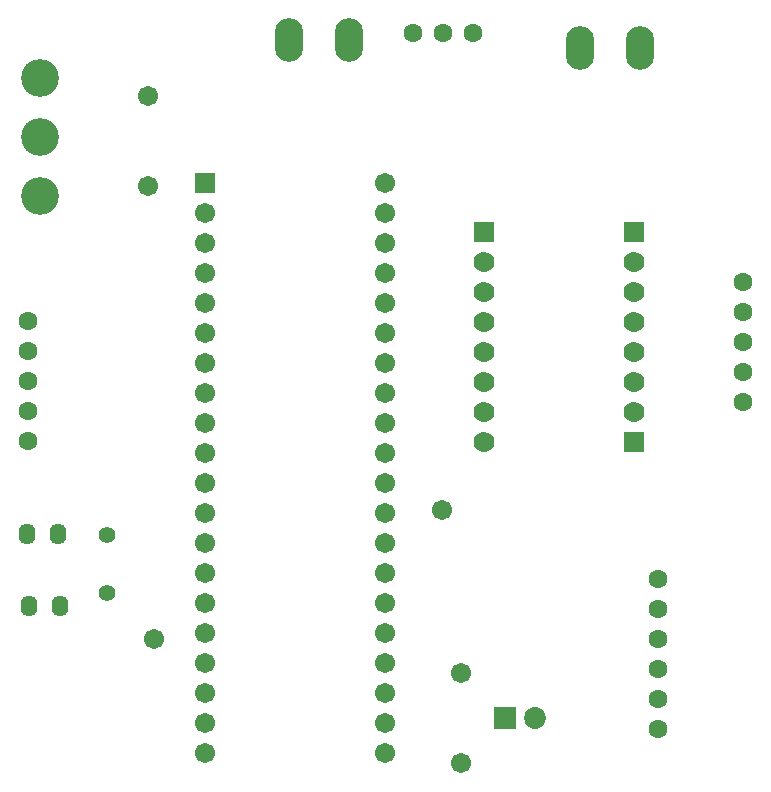
<source format=gbr>
%FSTAX23Y23*%
%MOIN*%
%SFA1B1*%

%IPPOS*%
%ADD26C,0.126110*%
%ADD27O,0.094614X0.145795*%
%ADD29C,0.067055*%
%ADD30C,0.073000*%
%ADD31R,0.073000X0.073000*%
%ADD33O,0.055244X0.070992*%
%ADD34C,0.055244*%
%ADD35R,0.067055X0.067055*%
%ADD36R,0.069417X0.069417*%
%ADD37C,0.069417*%
%ADD38C,0.067055*%
%ADD46C,0.062992*%
%LNpcb1_soldermask_top-1*%
%LPD*%
G54D26*
X024Y03548D03*
Y03351D03*
Y03155D03*
G54D27*
X044Y0365D03*
X042D03*
X0343Y03675D03*
X0323D03*
G54D29*
X03805Y01565D03*
Y01265D03*
X0276Y0349D03*
Y0319D03*
X0355Y013D03*
Y014D03*
Y015D03*
Y016D03*
Y017D03*
Y018D03*
Y019D03*
Y02D03*
Y021D03*
Y022D03*
Y023D03*
Y024D03*
Y025D03*
Y026D03*
Y027D03*
Y028D03*
Y029D03*
Y03D03*
Y031D03*
Y032D03*
X0295Y013D03*
Y014D03*
Y015D03*
Y016D03*
Y017D03*
Y018D03*
Y019D03*
Y02D03*
Y021D03*
Y022D03*
Y023D03*
Y024D03*
Y025D03*
Y026D03*
Y027D03*
Y028D03*
Y029D03*
Y03D03*
Y031D03*
G54D30*
X0405Y01415D03*
G54D31*
X0395Y01415D03*
G54D33*
X02461Y0203D03*
X02358D03*
X02466Y0179D03*
X02363D03*
G54D34*
X02625Y02026D03*
Y01833D03*
G54D35*
X0295Y032D03*
G54D36*
X0438Y02335D03*
Y03035D03*
X0388D03*
G54D37*
X0438Y02435D03*
Y02535D03*
Y02635D03*
Y02735D03*
Y02835D03*
Y02935D03*
X0388D03*
Y02835D03*
Y02735D03*
Y02635D03*
Y02535D03*
Y02435D03*
Y02335D03*
G54D38*
X0278Y0168D03*
X0374Y0211D03*
G54D46*
X03845Y037D03*
X03745D03*
X03645D03*
X0236Y0234D03*
Y0244D03*
Y0254D03*
Y0264D03*
Y0274D03*
X04745Y0247D03*
Y0257D03*
Y0267D03*
Y0277D03*
Y0287D03*
X0446Y0188D03*
Y0178D03*
Y0168D03*
Y0158D03*
Y0148D03*
Y0138D03*
M02*
</source>
